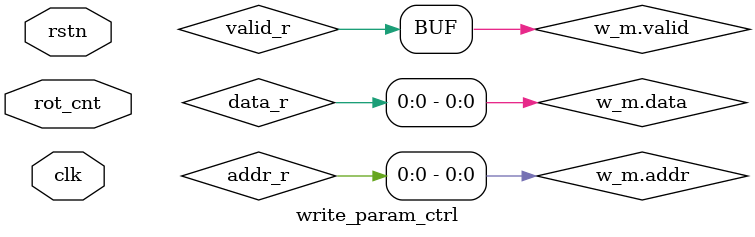
<source format=sv>
/*
 MIT License

 Copyright (c) 2019 Yuya Kudo

 Permission is hereby granted, free of charge, to any person obtaining a copy
 of this software and associated documentation files (the "Software"), to deal
 in the Software without restriction, including without limitation the rights
 to use, copy, modify, merge, publish, distribute, sublicense, and/or sell
 copies of the Software, and to permit persons to whom the Software is
 furnished to do so, subject to the following conditions:

 The above copyright notice and this permission notice shall be included in all
 copies or substantial portions of the Software.

 THE SOFTWARE IS PROVIDED "AS IS", WITHOUT WARRANTY OF ANY KIND, EXPRESS OR
 IMPLIED, INCLUDING BUT NOT LIMITED TO THE WARRANTIES OF MERCHANTABILITY,
 FITNESS FOR A PARTICULAR PURPOSE AND NONINFRINGEMENT. IN NO EVENT SHALL THE
 AUTHORS OR COPYRIGHT HOLDERS BE LIABLE FOR ANY CLAIM, DAMAGES OR OTHER
 LIABILITY, WHETHER IN AN ACTION OF CONTRACT, TORT OR OTHERWISE, ARISING FROM,
 OUT OF OR IN CONNECTION WITH THE SOFTWARE OR THE USE OR OTHER DEALINGS IN THE
 SOFTWARE.
 */

`include "../if/w_busif.sv"
`include "../if/r_busif.sv"

//-----------------------------------------------------------------------------
// module     : write_param_ctrl
// description: パラメータ書き込みを行うモジュール
//              読み込みの頻度(interval)の設定が可能
module write_param_ctrl
  #(parameter
    ADDR_ROT_CNT           = 8'h00,
    WRITE_ROT_CNT_INTERVAL = 1000000,
    WRITE_ROT_CNT_OFFSET   = 0)
    (w_busif.master     w_m,
     input logic [31:0] rot_cnt,
     input logic        clk,
     input logic        rstn);

   typedef enum logic [1:0] {STT_WRITE_EXEC,
                             STT_WRITE_WAIT,
                             STT_WRITE_WAIT_OFFSET} write_statetype;

   write_statetype  write_rot_cnt_state;

   logic        write_rot_cnt_flag;
   logic        write_rot_cnt_flag_r;
   logic        write_rot_cnt_rstn;

   logic [31:0] rot_cnt_r;

   logic [31:0] offset_cnt_r;
   logic [31:0] data_r;
   logic [7:0]  addr_r;
   logic        valid_r;
   logic        ready_r;

   logic        write_exec;

   general_cnt #(.INTERVAL(WRITE_ROT_CNT_INTERVAL))
   write_rot_cnt(.flag(write_rot_cnt_flag),
                 .clk(clk),
                 .rstn(write_rot_cnt_rstn));

   always_comb begin
      write_rot_cnt_rstn  = (write_rot_cnt_state  == STT_WRITE_WAIT) ? 1 : 0;

      w_m.data  = data_r;
      w_m.addr  = addr_r;
      w_m.valid = valid_r;

      write_exec  = w_m.valid & w_m.ready;
   end

   always_ff @(posedge clk) begin
      if(!rstn) begin
         write_rot_cnt_state  <= STT_WRITE_WAIT_OFFSET;
         offset_cnt_r         <= 0;
         data_r               <= 0;
         addr_r               <= 0;
         valid_r              <= 0;
         rot_cnt_r            <= 0;
         write_rot_cnt_flag_r <= 0;
      end
      else begin
         if(write_rot_cnt_flag) write_rot_cnt_flag_r <= 1;

         //-----------------------------------------------------------------------------
         // 2 state FSM
         // カウンタのwrite実行についての状態遷移
         case(write_rot_cnt_state)
           STT_WRITE_WAIT_OFFSET: begin
              offset_cnt_r <= offset_cnt_r + 1;
              if(offset_cnt_r == WRITE_ROT_CNT_OFFSET) begin
                 write_rot_cnt_state <= STT_WRITE_WAIT;
              end
           end
           STT_WRITE_EXEC: begin
              data_r  <= rot_cnt_r;
              addr_r  <= ADDR_ROT_CNT;
              valid_r <= 1;

              // ハンドシェイク成立
              if(write_exec) begin
                 valid_r             <= 0;
                 write_rot_cnt_state <= STT_WRITE_WAIT;
              end
           end

           STT_WRITE_WAIT: begin
              if(write_rot_cnt_flag_r) begin
                 rot_cnt_r            <= rot_cnt;
                 write_rot_cnt_state  <= STT_WRITE_EXEC;
                 write_rot_cnt_flag_r <= 0;
              end
           end
         endcase // case (write_rot_cnt_state)

      end
   end


endmodule

</source>
